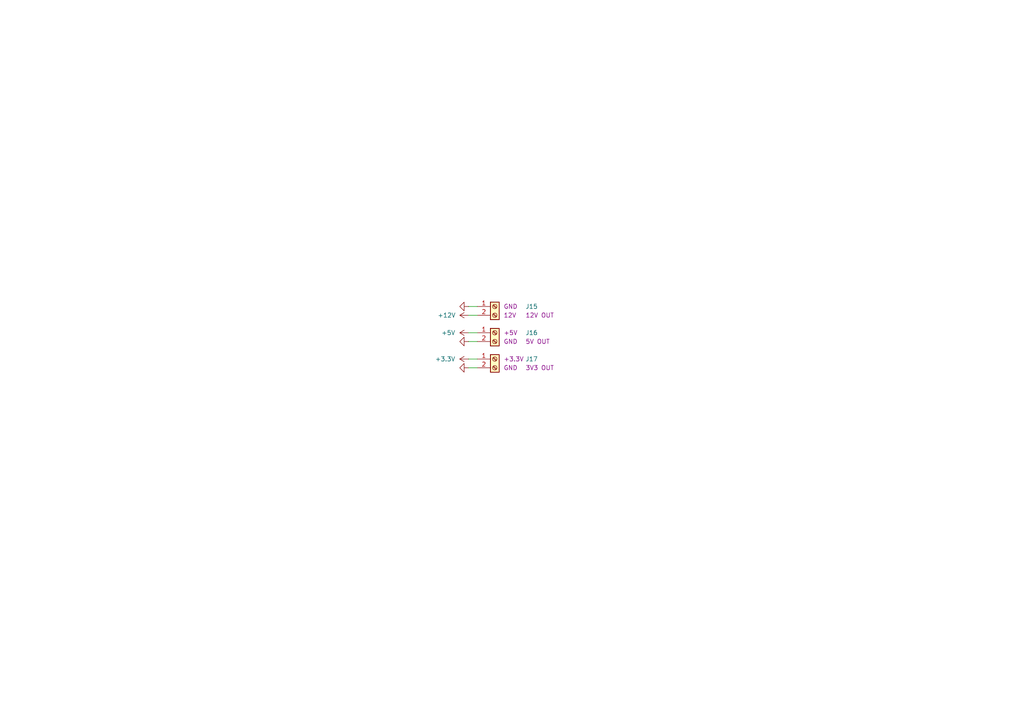
<source format=kicad_sch>
(kicad_sch (version 20231120) (generator "eeschema") (generator_version "8.0")
  (paper "A4")
  (lib_symbols
    (symbol "conn:Screw_Terminal_01x02" (pin_names (offset 1.016) hide)
      (property "Reference" "J" (at 10.16 0 0))
      (property "Purpose Pin1" "T1" (at 2.54 0 0))
      (property "Purpose Pin2" "T2" (at 2.54 -2.54 0))
      (property "Purpose" "Terminal" (at 10.16 -2.54 0))
      (symbol "Screw_Terminal_01x02_1_1"
        (rectangle (start -1.27 1.27) (end 1.27 -3.81) (stroke (width 0.254)) (fill (type background)))
        (circle (center 0 -2.54) (radius 0.635) (stroke (width 0.1524)))
        (polyline (pts (xy -0.5334 -2.2098) (xy 0.3302 -3.048)) (stroke (width 0.1524)))
        (polyline (pts (xy -0.5334 0.3302) (xy 0.3302 -0.508)) (stroke (width 0.1524)))
        (polyline (pts (xy -0.3556 -2.032) (xy 0.508 -2.8702)) (stroke (width 0.1524)))
        (polyline (pts (xy -0.3556 0.508) (xy 0.508 -0.3302)) (stroke (width 0.1524)))
        (circle (center 0 0) (radius 0.635) (stroke (width 0.1524)))
        (pin passive line (at -5.08 0 0) (length 3.81) (name "Pin_1") (number "1"))
        (pin passive line (at -5.08 -2.54 0) (length 3.81) (name "Pin_2") (number "2"))
      )
    )
    (symbol "power:+12V" (power) (pin_numbers hide) (pin_names (offset 0) hide)
      (property "Value" "+12V" (at 0 3.556 0))
      (symbol "+12V_0_1"
        (polyline (pts (xy -0.762 1.27) (xy 0 2.54)))
        (polyline (pts (xy 0 0) (xy 0 2.54)))
        (polyline (pts (xy 0 2.54) (xy 0.762 1.27)))
      )
      (symbol "+12V_1_1"
        (pin power_in line (at 0 0 90) (length 0) (name "~") (number "1"))
      )
    )
    (symbol "power:+3.3V" (power) (pin_numbers hide) (pin_names (offset 0) hide)
      (property "Value" "+3.3V" (at 0 3.556 0))
      (symbol "+3.3V_0_1"
        (polyline (pts (xy -0.762 1.27) (xy 0 2.54)))
        (polyline (pts (xy 0 0) (xy 0 2.54)))
        (polyline (pts (xy 0 2.54) (xy 0.762 1.27)))
      )
      (symbol "+3.3V_1_1"
        (pin power_in line (at 0 0 90) (length 0) (name "~") (number "1"))
      )
    )
    (symbol "power:+5V" (power) (pin_numbers hide) (pin_names (offset 0) hide)
      (property "Value" "+5V" (at 0 3.556 0))
      (symbol "+5V_0_1"
        (polyline (pts (xy -0.762 1.27) (xy 0 2.54)))
        (polyline (pts (xy 0 0) (xy 0 2.54)))
        (polyline (pts (xy 0 2.54) (xy 0.762 1.27)))
      )
      (symbol "+5V_1_1"
        (pin power_in line (at 0 0 90) (length 0) (name "~") (number "1"))
      )
    )
    (symbol "power:GND" (power) (pin_numbers hide) (pin_names (offset 0) hide)
      (property "Value" "GND" (at 0 -3.81 0))
      (symbol "GND_0_1"
        (polyline (pts (xy 0 0) (xy 0 -1.27) (xy 1.27 -1.27) (xy 0 -2.54) (xy -1.27 -1.27) (xy 0 -1.27)))
      )
      (symbol "GND_1_1"
        (pin power_in line (at 0 0 270) (length 0) (name "~") (number "1"))
      )
    )
  )
  (wire (pts (xy 135.89 106.68) (xy 138.43 106.68)))
  (wire (pts (xy 135.89 91.44) (xy 138.43 91.44)))
  (wire (pts (xy 138.43 104.14) (xy 135.89 104.14)))
  (wire (pts (xy 135.89 88.9) (xy 138.43 88.9)))
  (wire (pts (xy 138.43 96.52) (xy 135.89 96.52)))
  (wire (pts (xy 135.89 99.06) (xy 138.43 99.06)))
  (symbol (lib_id "power:+3.3V") (at 135.89 104.14 90) (unit 1)
    (property "Reference" "#PWR0105" (effects (hide yes)))
    (property "Value" "+3.3V" (at 132.08 104.1399 90) (effects (justify left)))
  )
  (symbol (lib_id "power:GND") (at 135.89 88.9 270) (mirror x) (unit 1)
    (property "Reference" "#PWR0101" (effects (hide yes)))
    (property "Value" "GND" (effects (hide yes)))
  )
  (symbol (lib_id "power:+5V") (at 135.89 96.52 90) (unit 1)
    (property "Reference" "#PWR0103" (effects (hide yes)))
    (property "Value" "+5V" (at 132.08 96.5199 90) (effects (justify left)))
  )
  (symbol (lib_id "power:GND") (at 135.89 99.06 270) (unit 1)
    (property "Reference" "#PWR0104" (effects (hide yes)))
    (property "Value" "GND" (effects (hide yes)))
  )
  (symbol (lib_id "power:GND") (at 135.89 106.68 270) (unit 1)
    (property "Reference" "#PWR0106" (effects (hide yes)))
    (property "Value" "GND" (effects (hide yes)))
  )
  (symbol (lib_id "conn:Screw_Terminal_01x02") (at 143.51 88.9 0) (unit 1)
    (property "Reference" "J15" (at 152.4 88.9 0) (effects (justify left)))
    (property "Value" "ScrewTerminal_02" (effects (hide yes)))
    (property "Footprint" "conn:TerminalBlock_4Ucon_1x02_P3.50mm_Vertical" (effects (hide yes)))
    (property "Purpose" "12V OUT" (at 152.4 91.44 0) (effects (justify left)))
    (property "Purpose Pin1" "GND" (at 146.05 88.9 0) (effects (justify left)))
    (property "Purpose Pin2" "12V" (at 146.05 91.44 0) (effects (justify left)))
    (property "Shop" "https://store.comet.bg/Catalogue/Product/45040/ and https://store.comet.bg/Catalogue/Product/45028/" (effects (hide yes)))
    (property "Part" "15EDGVC-3.5-02P-14-00AH, 15EDGKA-3.5-02P-14-100AH" (effects (hide yes)))
  )
  (symbol (lib_id "power:+12V") (at 135.89 91.44 90) (mirror x) (unit 1)
    (property "Reference" "#PWR0102" (effects (hide yes)))
    (property "Value" "+12V" (at 129.54 91.44 90))
  )
  (symbol (lib_id "conn:Screw_Terminal_01x02") (at 143.51 104.14 0) (unit 1)
    (property "Reference" "J17" (at 152.4 104.14 0) (effects (justify left)))
    (property "Value" "MTA100_02" (effects (hide yes)))
    (property "Footprint" "Connector_MTA-100:mta100_01x2_P2.54_647050-2" (effects (hide yes)))
    (property "Purpose" "3V3 OUT" (at 152.4 106.68 0) (effects (justify left)))
    (property "Purpose Pin1" "+3.3V" (at 146.05 104.14 0) (effects (justify left)))
    (property "Purpose Pin2" "GND" (at 146.05 106.68 0) (effects (justify left)))
    (property "Shop" "https://eu.mouser.com/ProductDetail/TE-Connectivity-AMP/640456-2?qs=%2F35zJ5USjomRu3EJQJgZCQ%3D%3D" (effects (hide yes)))
    (property "Part" "640456-2" (effects (hide yes)))
  )
  (symbol (lib_id "conn:Screw_Terminal_01x02") (at 143.51 96.52 0) (unit 1)
    (property "Reference" "J16" (at 152.4 96.52 0) (effects (justify left)))
    (property "Value" "MTA100_02" (effects (hide yes)))
    (property "Footprint" "Connector_MTA-100:mta100_01x2_P2.54_647050-2" (effects (hide yes)))
    (property "Purpose" "5V OUT" (at 152.4 99.06 0) (effects (justify left)))
    (property "Purpose Pin1" "+5V" (at 146.05 96.52 0) (effects (justify left)))
    (property "Purpose Pin2" "GND" (at 146.05 99.06 0) (effects (justify left)))
    (property "Shop" "https://eu.mouser.com/ProductDetail/TE-Connectivity-AMP/640456-2?qs=%2F35zJ5USjomRu3EJQJgZCQ%3D%3D" (effects (hide yes)))
    (property "Part" "640456-2" (effects (hide yes)))
  )
)
</source>
